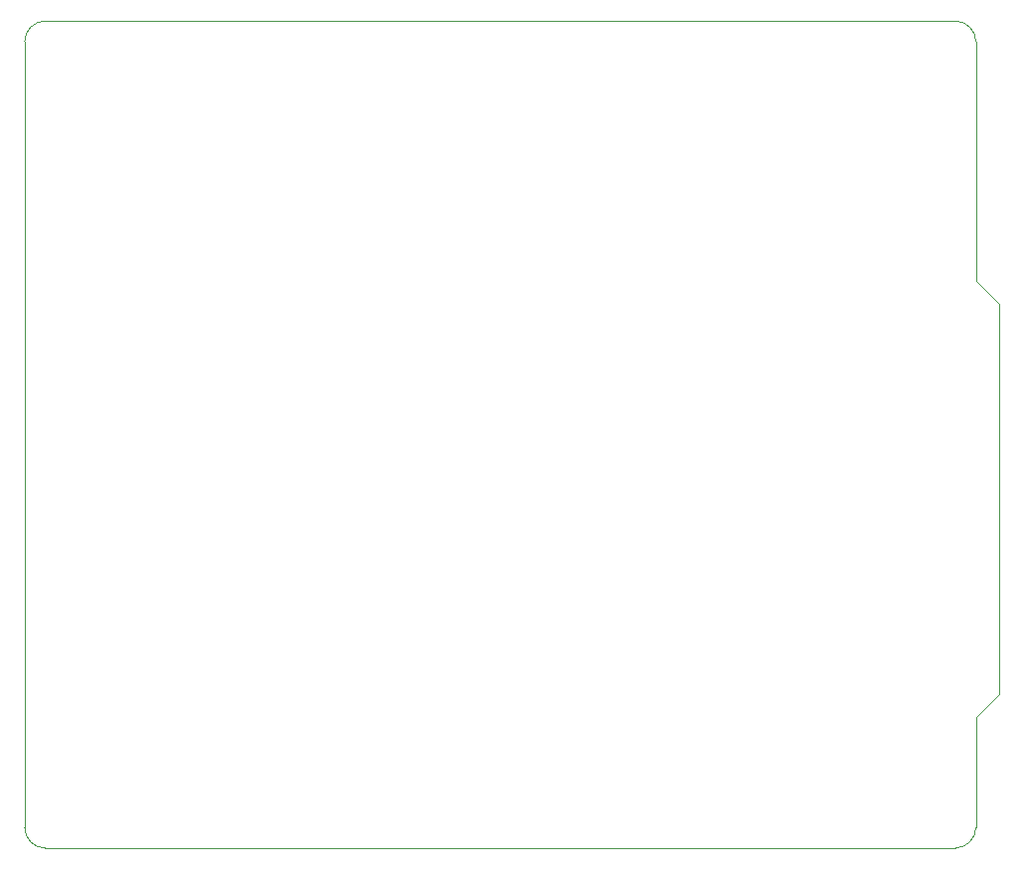
<source format=gbr>
%TF.GenerationSoftware,KiCad,Pcbnew,(6.0.4)*%
%TF.CreationDate,2022-11-04T05:35:43-04:00*%
%TF.ProjectId,SI4743 Breakout,53493437-3433-4204-9272-65616b6f7574,rev?*%
%TF.SameCoordinates,Original*%
%TF.FileFunction,Profile,NP*%
%FSLAX46Y46*%
G04 Gerber Fmt 4.6, Leading zero omitted, Abs format (unit mm)*
G04 Created by KiCad (PCBNEW (6.0.4)) date 2022-11-04 05:35:43*
%MOMM*%
%LPD*%
G01*
G04 APERTURE LIST*
%TA.AperFunction,Profile*%
%ADD10C,0.050000*%
%TD*%
G04 APERTURE END LIST*
D10*
%TO.C,J7*%
X94500000Y-116330000D02*
X94500000Y-49330000D01*
X175500000Y-106955000D02*
X175500000Y-116330000D01*
X175500000Y-49330000D02*
X175500000Y-69705000D01*
X175500000Y-69705000D02*
X177500000Y-71705000D01*
X177500000Y-71705000D02*
X177500000Y-104955000D01*
X177500000Y-104955000D02*
X175500000Y-106955000D01*
X173750000Y-118080000D02*
X96250000Y-118080000D01*
X96250000Y-47580000D02*
X173750000Y-47580000D01*
X94500000Y-116330000D02*
G75*
G03*
X96250000Y-118080000I1750000J0D01*
G01*
X96250000Y-47580000D02*
G75*
G03*
X94500000Y-49330000I0J-1750000D01*
G01*
X173750000Y-118080000D02*
G75*
G03*
X175500000Y-116330000I0J1750000D01*
G01*
X175500000Y-49330000D02*
G75*
G03*
X173750000Y-47580000I-1750000J0D01*
G01*
%TD*%
M02*

</source>
